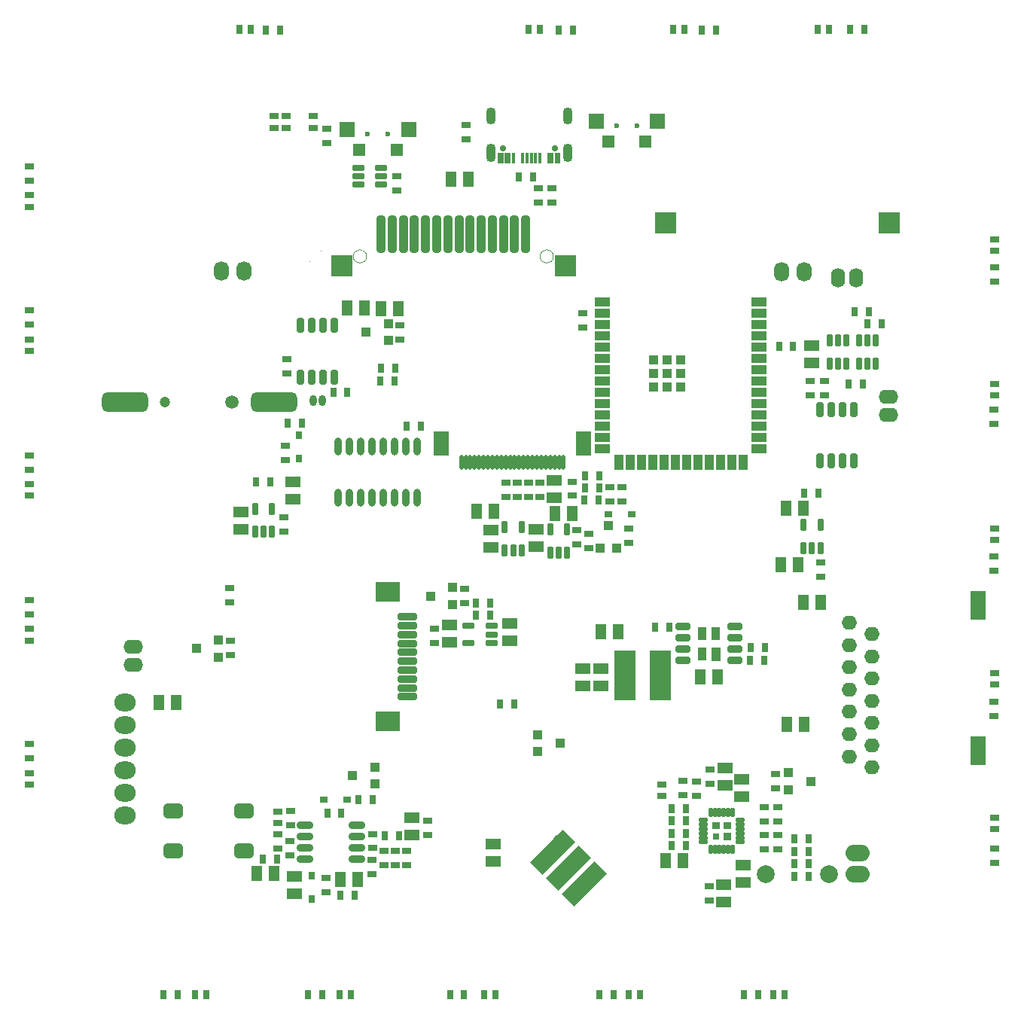
<source format=gts>
G04*
G04 #@! TF.GenerationSoftware,Altium Limited,Altium Designer,24.5.2 (23)*
G04*
G04 Layer_Color=8388736*
%FSLAX44Y44*%
%MOMM*%
G71*
G04*
G04 #@! TF.SameCoordinates,EBE0DA84-5026-4A79-9117-03B61D32DCC8*
G04*
G04*
G04 #@! TF.FilePolarity,Negative*
G04*
G01*
G75*
%ADD31R,1.0000X1.0000*%
%ADD33R,1.0000X1.5000*%
%ADD35R,0.8000X0.8000*%
%ADD63C,0.7000*%
%ADD65C,0.6000*%
%ADD70C,1.2000*%
%ADD71C,1.5000*%
%ADD83C,0.0127*%
%ADD84C,0.0064*%
%ADD85R,0.4000X1.2500*%
%ADD86R,2.4032X2.4032*%
G04:AMPARAMS|DCode=87|XSize=4.2mm|YSize=1mm|CornerRadius=0.3mm|HoleSize=0mm|Usage=FLASHONLY|Rotation=90.000|XOffset=0mm|YOffset=0mm|HoleType=Round|Shape=RoundedRectangle|*
%AMROUNDEDRECTD87*
21,1,4.2000,0.4000,0,0,90.0*
21,1,3.6000,1.0000,0,0,90.0*
1,1,0.6000,0.2000,1.8000*
1,1,0.6000,0.2000,-1.8000*
1,1,0.6000,-0.2000,-1.8000*
1,1,0.6000,-0.2000,1.8000*
%
%ADD87ROUNDEDRECTD87*%
%ADD88R,1.1032X0.8032*%
%ADD89R,1.4031X1.4031*%
%ADD90R,1.7032X1.7032*%
%ADD91R,0.8032X1.1032*%
G04:AMPARAMS|DCode=92|XSize=1.4032mm|YSize=0.6532mm|CornerRadius=0.2141mm|HoleSize=0mm|Usage=FLASHONLY|Rotation=0.000|XOffset=0mm|YOffset=0mm|HoleType=Round|Shape=RoundedRectangle|*
%AMROUNDEDRECTD92*
21,1,1.4032,0.2250,0,0,0.0*
21,1,0.9750,0.6532,0,0,0.0*
1,1,0.4282,0.4875,-0.1125*
1,1,0.4282,-0.4875,-0.1125*
1,1,0.4282,-0.4875,0.1125*
1,1,0.4282,0.4875,0.1125*
%
%ADD92ROUNDEDRECTD92*%
%ADD93R,1.0032X0.8032*%
%ADD94R,1.2032X1.6532*%
%ADD95R,1.8032X3.2032*%
%ADD96R,0.8032X1.0032*%
%ADD97R,1.7032X1.1032*%
%ADD98R,1.1032X1.7032*%
%ADD99O,2.7032X1.9032*%
G04:AMPARAMS|DCode=100|XSize=1.7032mm|YSize=0.8032mm|CornerRadius=0.2516mm|HoleSize=0mm|Usage=FLASHONLY|Rotation=180.000|XOffset=0mm|YOffset=0mm|HoleType=Round|Shape=RoundedRectangle|*
%AMROUNDEDRECTD100*
21,1,1.7032,0.3000,0,0,180.0*
21,1,1.2000,0.8032,0,0,180.0*
1,1,0.5032,-0.6000,0.1500*
1,1,0.5032,0.6000,0.1500*
1,1,0.5032,0.6000,-0.1500*
1,1,0.5032,-0.6000,-0.1500*
%
%ADD100ROUNDEDRECTD100*%
G04:AMPARAMS|DCode=101|XSize=0.45mm|YSize=1.1mm|CornerRadius=0.1625mm|HoleSize=0mm|Usage=FLASHONLY|Rotation=180.000|XOffset=0mm|YOffset=0mm|HoleType=Round|Shape=RoundedRectangle|*
%AMROUNDEDRECTD101*
21,1,0.4500,0.7750,0,0,180.0*
21,1,0.1250,1.1000,0,0,180.0*
1,1,0.3250,-0.0625,0.3875*
1,1,0.3250,0.0625,0.3875*
1,1,0.3250,0.0625,-0.3875*
1,1,0.3250,-0.0625,-0.3875*
%
%ADD101ROUNDEDRECTD101*%
G04:AMPARAMS|DCode=102|XSize=0.45mm|YSize=1.1mm|CornerRadius=0.1625mm|HoleSize=0mm|Usage=FLASHONLY|Rotation=90.000|XOffset=0mm|YOffset=0mm|HoleType=Round|Shape=RoundedRectangle|*
%AMROUNDEDRECTD102*
21,1,0.4500,0.7750,0,0,90.0*
21,1,0.1250,1.1000,0,0,90.0*
1,1,0.3250,0.3875,0.0625*
1,1,0.3250,0.3875,-0.0625*
1,1,0.3250,-0.3875,-0.0625*
1,1,0.3250,-0.3875,0.0625*
%
%ADD102ROUNDEDRECTD102*%
%ADD103R,1.1032X1.0032*%
%ADD104R,1.6532X1.2032*%
G04:AMPARAMS|DCode=105|XSize=1.7032mm|YSize=2.2032mm|CornerRadius=0.4766mm|HoleSize=0mm|Usage=FLASHONLY|Rotation=90.000|XOffset=0mm|YOffset=0mm|HoleType=Round|Shape=RoundedRectangle|*
%AMROUNDEDRECTD105*
21,1,1.7032,1.2500,0,0,90.0*
21,1,0.7500,2.2032,0,0,90.0*
1,1,0.9532,0.6250,0.3750*
1,1,0.9532,0.6250,-0.3750*
1,1,0.9532,-0.6250,-0.3750*
1,1,0.9532,-0.6250,0.3750*
%
%ADD105ROUNDEDRECTD105*%
G04:AMPARAMS|DCode=106|XSize=5.2032mm|YSize=2.0032mm|CornerRadius=0mm|HoleSize=0mm|Usage=FLASHONLY|Rotation=225.000|XOffset=0mm|YOffset=0mm|HoleType=Round|Shape=Rectangle|*
%AMROTATEDRECTD106*
4,1,4,1.1314,2.5479,2.5479,1.1314,-1.1314,-2.5479,-2.5479,-1.1314,1.1314,2.5479,0.0*
%
%ADD106ROTATEDRECTD106*%

%ADD107R,1.7032X2.7532*%
G04:AMPARAMS|DCode=108|XSize=1.7032mm|YSize=0.5032mm|CornerRadius=0.1766mm|HoleSize=0mm|Usage=FLASHONLY|Rotation=270.000|XOffset=0mm|YOffset=0mm|HoleType=Round|Shape=RoundedRectangle|*
%AMROUNDEDRECTD108*
21,1,1.7032,0.1500,0,0,270.0*
21,1,1.3500,0.5032,0,0,270.0*
1,1,0.3532,-0.0750,-0.6750*
1,1,0.3532,-0.0750,0.6750*
1,1,0.3532,0.0750,0.6750*
1,1,0.3532,0.0750,-0.6750*
%
%ADD108ROUNDEDRECTD108*%
%ADD109R,1.0032X1.1032*%
%ADD110R,0.9032X0.7032*%
G04:AMPARAMS|DCode=111|XSize=1.4032mm|YSize=0.6532mm|CornerRadius=0.2141mm|HoleSize=0mm|Usage=FLASHONLY|Rotation=90.000|XOffset=0mm|YOffset=0mm|HoleType=Round|Shape=RoundedRectangle|*
%AMROUNDEDRECTD111*
21,1,1.4032,0.2250,0,0,90.0*
21,1,0.9750,0.6532,0,0,90.0*
1,1,0.4282,0.1125,0.4875*
1,1,0.4282,0.1125,-0.4875*
1,1,0.4282,-0.1125,-0.4875*
1,1,0.4282,-0.1125,0.4875*
%
%ADD111ROUNDEDRECTD111*%
%ADD112R,2.7032X2.2032*%
G04:AMPARAMS|DCode=113|XSize=2.2032mm|YSize=0.8032mm|CornerRadius=0.2516mm|HoleSize=0mm|Usage=FLASHONLY|Rotation=0.000|XOffset=0mm|YOffset=0mm|HoleType=Round|Shape=RoundedRectangle|*
%AMROUNDEDRECTD113*
21,1,2.2032,0.3000,0,0,0.0*
21,1,1.7000,0.8032,0,0,0.0*
1,1,0.5032,0.8500,-0.1500*
1,1,0.5032,-0.8500,-0.1500*
1,1,0.5032,-0.8500,0.1500*
1,1,0.5032,0.8500,0.1500*
%
%ADD113ROUNDEDRECTD113*%
G04:AMPARAMS|DCode=114|XSize=5.2032mm|YSize=2.2032mm|CornerRadius=0.6016mm|HoleSize=0mm|Usage=FLASHONLY|Rotation=0.000|XOffset=0mm|YOffset=0mm|HoleType=Round|Shape=RoundedRectangle|*
%AMROUNDEDRECTD114*
21,1,5.2032,1.0000,0,0,0.0*
21,1,4.0000,2.2032,0,0,0.0*
1,1,1.2032,2.0000,-0.5000*
1,1,1.2032,-2.0000,-0.5000*
1,1,1.2032,-2.0000,0.5000*
1,1,1.2032,2.0000,0.5000*
%
%ADD114ROUNDEDRECTD114*%
%ADD115O,0.9032X1.9832*%
%ADD116R,2.3532X5.6032*%
G04:AMPARAMS|DCode=117|XSize=1.7032mm|YSize=0.8032mm|CornerRadius=0.2516mm|HoleSize=0mm|Usage=FLASHONLY|Rotation=90.000|XOffset=0mm|YOffset=0mm|HoleType=Round|Shape=RoundedRectangle|*
%AMROUNDEDRECTD117*
21,1,1.7032,0.3000,0,0,90.0*
21,1,1.2000,0.8032,0,0,90.0*
1,1,0.5032,0.1500,0.6000*
1,1,0.5032,0.1500,-0.6000*
1,1,0.5032,-0.1500,-0.6000*
1,1,0.5032,-0.1500,0.6000*
%
%ADD117ROUNDEDRECTD117*%
%ADD118O,1.9032X0.9032*%
%ADD119R,0.7032X0.9032*%
%ADD120O,1.1000X2.1000*%
%ADD121O,1.1000X1.9000*%
%ADD122O,1.7032X2.2032*%
%ADD123C,1.8032*%
%ADD124O,1.7032X1.6032*%
%ADD125C,2.0032*%
%ADD126O,1.6032X2.2032*%
%ADD127O,2.4032X2.0032*%
%ADD128O,2.2032X1.6032*%
%ADD129O,0.8532X1.2032*%
G36*
X762205Y733987D02*
X752205D01*
Y743987D01*
X762205D01*
Y733987D01*
D02*
G37*
G36*
X746965D02*
X736965D01*
Y743987D01*
X746965D01*
Y733987D01*
D02*
G37*
G36*
X731725D02*
X721725D01*
Y743987D01*
X731725D01*
Y733987D01*
D02*
G37*
G36*
X762205Y718747D02*
X752205D01*
Y728747D01*
X762205D01*
Y718747D01*
D02*
G37*
G36*
X731725D02*
X721725D01*
Y728747D01*
X731725D01*
Y718747D01*
D02*
G37*
G36*
X762205Y703507D02*
X752205D01*
Y713507D01*
X762205D01*
Y703507D01*
D02*
G37*
G36*
X746965D02*
X736965D01*
Y713507D01*
X746965D01*
Y703507D01*
D02*
G37*
G36*
X731725D02*
X721725D01*
Y713507D01*
X731725D01*
Y703507D01*
D02*
G37*
G36*
X801585Y423377D02*
X791585D01*
Y438377D01*
X801585D01*
Y423377D01*
D02*
G37*
G36*
X786345D02*
X776345D01*
Y438377D01*
X786345D01*
Y423377D01*
D02*
G37*
G36*
Y400517D02*
X776345D01*
Y415517D01*
X786345D01*
Y400517D01*
D02*
G37*
G36*
X813565Y211097D02*
X805565D01*
Y219097D01*
X813565D01*
Y211097D01*
D02*
G37*
G36*
X800865D02*
X792865D01*
Y219097D01*
X800865D01*
Y211097D01*
D02*
G37*
G36*
X813565Y198587D02*
X805565D01*
Y206587D01*
X813565D01*
Y198587D01*
D02*
G37*
D31*
X741965Y723747D02*
D03*
D33*
X796585Y408017D02*
D03*
D35*
X796865Y202587D02*
D03*
D63*
X557730Y976659D02*
D03*
X615530D02*
D03*
D65*
X405176Y992709D02*
D03*
X428188D02*
D03*
X685063Y1001973D02*
D03*
X708075D02*
D03*
D70*
X177093Y690906D02*
D03*
D71*
X252593D02*
D03*
D83*
X404068Y855014D02*
G03*
X404068Y855014I-7500J0D01*
G01*
X614103D02*
G03*
X614103Y855014I-7500J0D01*
G01*
D84*
X398825Y847851D02*
G03*
X398825Y847851I-32J0D01*
G01*
X394375Y862176D02*
G03*
X394375Y862176I-32J0D01*
G01*
X352923Y860694D02*
G03*
X352923Y860694I-32J0D01*
G01*
X340277Y849333D02*
G03*
X340277Y849333I-32J0D01*
G01*
D85*
X620130Y966009D02*
D03*
X617130D02*
D03*
X612130D02*
D03*
X609130D02*
D03*
X584130D02*
D03*
X594130D02*
D03*
X599130D02*
D03*
X569130D02*
D03*
X589130D02*
D03*
X579130D02*
D03*
X564130D02*
D03*
X561130D02*
D03*
X556130D02*
D03*
X553130D02*
D03*
D86*
X627428Y844854D02*
D03*
X375810D02*
D03*
X739944Y892500D02*
D03*
X991564D02*
D03*
D87*
X420368Y880414D02*
D03*
X432868D02*
D03*
X445368D02*
D03*
X457868D02*
D03*
X470368D02*
D03*
X482868D02*
D03*
X495368D02*
D03*
X507868D02*
D03*
X520368D02*
D03*
X532868D02*
D03*
X545368D02*
D03*
X557868D02*
D03*
X570368D02*
D03*
X582868D02*
D03*
D88*
X437984Y929208D02*
D03*
Y945208D02*
D03*
X516008Y986854D02*
D03*
Y1002854D02*
D03*
X612528Y915734D02*
D03*
Y931734D02*
D03*
X359300Y998904D02*
D03*
Y982904D02*
D03*
X597288Y915734D02*
D03*
Y931734D02*
D03*
X24740Y794870D02*
D03*
Y778870D02*
D03*
Y631040D02*
D03*
Y615040D02*
D03*
Y468480D02*
D03*
Y452480D02*
D03*
Y307190D02*
D03*
Y291190D02*
D03*
X1110590Y173080D02*
D03*
Y189080D02*
D03*
X1109320Y338180D02*
D03*
Y354180D02*
D03*
Y502010D02*
D03*
Y518010D02*
D03*
X24740Y956160D02*
D03*
Y940160D02*
D03*
X1109320Y667110D02*
D03*
Y683110D02*
D03*
X1110590Y827130D02*
D03*
Y843130D02*
D03*
X918785Y714777D02*
D03*
Y698777D02*
D03*
X691465Y595417D02*
D03*
Y579417D02*
D03*
X654215Y526917D02*
D03*
Y542917D02*
D03*
X647465Y791167D02*
D03*
Y775167D02*
D03*
X775275Y248307D02*
D03*
Y264307D02*
D03*
X760035Y249197D02*
D03*
Y265197D02*
D03*
X789965Y262167D02*
D03*
Y278167D02*
D03*
X864175Y272817D02*
D03*
Y256817D02*
D03*
X851475Y219987D02*
D03*
Y235987D02*
D03*
X866715Y204237D02*
D03*
Y188237D02*
D03*
X789245Y147087D02*
D03*
Y131087D02*
D03*
X449385Y186477D02*
D03*
Y170477D02*
D03*
X902965Y698777D02*
D03*
Y714777D02*
D03*
X441715Y777667D02*
D03*
Y761667D02*
D03*
X314465Y723667D02*
D03*
Y739667D02*
D03*
X851475Y188237D02*
D03*
Y204237D02*
D03*
X866715Y235987D02*
D03*
Y219987D02*
D03*
X251215Y406917D02*
D03*
Y422917D02*
D03*
X249715Y466417D02*
D03*
Y482417D02*
D03*
X640715Y531167D02*
D03*
Y547167D02*
D03*
X560765Y584507D02*
D03*
Y600507D02*
D03*
X573465D02*
D03*
Y584507D02*
D03*
X598865Y600507D02*
D03*
Y584507D02*
D03*
X358715Y139977D02*
D03*
Y155977D02*
D03*
X312995Y642387D02*
D03*
Y626387D02*
D03*
X635105Y585907D02*
D03*
Y601907D02*
D03*
X480635Y436647D02*
D03*
Y420647D02*
D03*
X423985Y170477D02*
D03*
Y186477D02*
D03*
X410715Y189667D02*
D03*
Y205667D02*
D03*
X914465Y494667D02*
D03*
Y510667D02*
D03*
X310715Y561667D02*
D03*
Y545667D02*
D03*
X586165Y584507D02*
D03*
Y600507D02*
D03*
X318075Y181887D02*
D03*
Y197887D02*
D03*
X677215Y595417D02*
D03*
Y579417D02*
D03*
X410465Y160167D02*
D03*
Y176167D02*
D03*
X436685Y170477D02*
D03*
Y186477D02*
D03*
X698965Y549167D02*
D03*
Y533167D02*
D03*
X318215Y215667D02*
D03*
Y231667D02*
D03*
X472715Y204417D02*
D03*
Y220417D02*
D03*
X514489Y465280D02*
D03*
Y481280D02*
D03*
X304105Y189507D02*
D03*
Y205507D02*
D03*
D89*
X395685Y975209D02*
D03*
X437684D02*
D03*
X675572Y984472D02*
D03*
X717571D02*
D03*
D90*
X451184Y998069D02*
D03*
X382185D02*
D03*
X731071Y1007332D02*
D03*
X662072D02*
D03*
D91*
X591318Y944054D02*
D03*
X575318D02*
D03*
X175490Y24870D02*
D03*
X191490D02*
D03*
X338050D02*
D03*
X354050D02*
D03*
X497690D02*
D03*
X513690D02*
D03*
X665710D02*
D03*
X681710D02*
D03*
X844270D02*
D03*
X828270D02*
D03*
X947650Y1110720D02*
D03*
X963650D02*
D03*
X781280Y1109450D02*
D03*
X797280D02*
D03*
X619990D02*
D03*
X635990D02*
D03*
X291060D02*
D03*
X307060D02*
D03*
X435715Y715167D02*
D03*
X419715D02*
D03*
X435965Y729667D02*
D03*
X419965D02*
D03*
X553715Y351417D02*
D03*
X569715D02*
D03*
X968465Y793167D02*
D03*
X952465D02*
D03*
X967465Y779167D02*
D03*
X983465D02*
D03*
X648965Y581417D02*
D03*
X664965D02*
D03*
X901385Y200047D02*
D03*
X885385D02*
D03*
X901385Y158137D02*
D03*
X885385D02*
D03*
X746955Y234337D02*
D03*
X762955D02*
D03*
X762955Y220367D02*
D03*
X746955D02*
D03*
X762955Y206397D02*
D03*
X746955D02*
D03*
X762955Y192427D02*
D03*
X746955D02*
D03*
X744715Y438167D02*
D03*
X728715D02*
D03*
X885385Y186077D02*
D03*
X901385D02*
D03*
X885385Y172107D02*
D03*
X901385D02*
D03*
X962345Y711857D02*
D03*
X946345D02*
D03*
X279465Y601917D02*
D03*
X295465D02*
D03*
X867715Y753667D02*
D03*
X883715D02*
D03*
X287215Y177187D02*
D03*
X303215D02*
D03*
X315155Y667407D02*
D03*
X331155D02*
D03*
X366465Y702167D02*
D03*
X382465D02*
D03*
X911965Y588667D02*
D03*
X895965D02*
D03*
X649715Y608167D02*
D03*
X665715D02*
D03*
X851965Y414917D02*
D03*
X835965D02*
D03*
X835215Y400917D02*
D03*
X851215D02*
D03*
X649965Y594917D02*
D03*
X665965D02*
D03*
X448715Y663917D02*
D03*
X464715D02*
D03*
X527245Y465477D02*
D03*
X543245D02*
D03*
X411165Y244497D02*
D03*
X395165D02*
D03*
X424375Y203857D02*
D03*
X440375D02*
D03*
X375715Y229167D02*
D03*
X359715D02*
D03*
X390845Y136547D02*
D03*
X374845D02*
D03*
X527245Y451507D02*
D03*
X543245D02*
D03*
D92*
X420560Y935684D02*
D03*
Y945184D02*
D03*
Y954684D02*
D03*
X394560Y935684D02*
D03*
Y945184D02*
D03*
Y954684D02*
D03*
X518435Y439417D02*
D03*
Y420417D02*
D03*
X544435Y439417D02*
D03*
Y429917D02*
D03*
Y420417D02*
D03*
D93*
X299578Y1012644D02*
D03*
Y999644D02*
D03*
X313578D02*
D03*
Y1012644D02*
D03*
X344060D02*
D03*
Y999644D02*
D03*
X1109997Y386530D02*
D03*
Y373530D02*
D03*
X25003Y761470D02*
D03*
Y748470D02*
D03*
X1109997Y224030D02*
D03*
Y211030D02*
D03*
Y549030D02*
D03*
Y536030D02*
D03*
Y711530D02*
D03*
Y698530D02*
D03*
X1109997Y874029D02*
D03*
Y861029D02*
D03*
X25003Y910970D02*
D03*
Y923970D02*
D03*
Y585970D02*
D03*
Y598970D02*
D03*
X25000Y423160D02*
D03*
Y436160D02*
D03*
X24997Y260965D02*
D03*
Y273965D02*
D03*
X735905Y261157D02*
D03*
Y248157D02*
D03*
X304105Y217677D02*
D03*
Y230677D02*
D03*
D94*
X518138Y941514D02*
D03*
X498638D02*
D03*
X876215Y328667D02*
D03*
X895715D02*
D03*
X170465Y353417D02*
D03*
X189965D02*
D03*
X914715Y466417D02*
D03*
X895215D02*
D03*
X667215Y433417D02*
D03*
X686715D02*
D03*
X779215Y381917D02*
D03*
X798715D02*
D03*
X759625Y175917D02*
D03*
X740125D02*
D03*
X546965Y568417D02*
D03*
X527465D02*
D03*
X615715Y566167D02*
D03*
X635215D02*
D03*
X374365Y154327D02*
D03*
X393865D02*
D03*
X889165Y508657D02*
D03*
X869665D02*
D03*
X895465Y572167D02*
D03*
X875965D02*
D03*
X280465Y160917D02*
D03*
X299965D02*
D03*
X401965Y797167D02*
D03*
X382465D02*
D03*
X439465Y796667D02*
D03*
X419965D02*
D03*
D95*
X1091540Y299510D02*
D03*
Y463020D02*
D03*
D96*
X224030Y25003D02*
D03*
X211030D02*
D03*
X386530D02*
D03*
X373530D02*
D03*
X549030D02*
D03*
X536030D02*
D03*
X711829Y25029D02*
D03*
X698829D02*
D03*
X748470Y1109997D02*
D03*
X761470D02*
D03*
X874029Y24997D02*
D03*
X861029D02*
D03*
X923970Y1109997D02*
D03*
X910970D02*
D03*
X598970D02*
D03*
X585970D02*
D03*
X273965D02*
D03*
X260965D02*
D03*
D97*
X845205Y638567D02*
D03*
Y651267D02*
D03*
Y663967D02*
D03*
Y676667D02*
D03*
Y689367D02*
D03*
Y702067D02*
D03*
Y714767D02*
D03*
Y727467D02*
D03*
Y740167D02*
D03*
Y752867D02*
D03*
Y765567D02*
D03*
Y778267D02*
D03*
Y790967D02*
D03*
Y803667D02*
D03*
X669205Y638567D02*
D03*
Y651267D02*
D03*
Y663967D02*
D03*
Y676667D02*
D03*
Y689367D02*
D03*
Y702067D02*
D03*
Y714767D02*
D03*
Y727467D02*
D03*
Y740167D02*
D03*
Y752867D02*
D03*
Y765567D02*
D03*
Y778267D02*
D03*
Y790967D02*
D03*
Y803667D02*
D03*
D98*
X687355Y623667D02*
D03*
X700055D02*
D03*
X712755D02*
D03*
X725455D02*
D03*
X738155D02*
D03*
X750855D02*
D03*
X763555D02*
D03*
X776255D02*
D03*
X788955D02*
D03*
X801655D02*
D03*
X814355D02*
D03*
X827055D02*
D03*
D99*
X955965Y184107D02*
D03*
Y160107D02*
D03*
D100*
X759965Y400517D02*
D03*
Y438617D02*
D03*
Y425917D02*
D03*
X817965Y438617D02*
D03*
Y425917D02*
D03*
Y413217D02*
D03*
Y400517D02*
D03*
X759965Y413217D02*
D03*
D101*
X790715Y188437D02*
D03*
X795715D02*
D03*
X800715D02*
D03*
X805715D02*
D03*
X810715D02*
D03*
X815715D02*
D03*
Y229437D02*
D03*
X810715D02*
D03*
X805715D02*
D03*
X800715D02*
D03*
X795715D02*
D03*
X790715D02*
D03*
D102*
X823715Y196437D02*
D03*
Y201437D02*
D03*
Y206437D02*
D03*
Y211437D02*
D03*
Y216437D02*
D03*
Y221437D02*
D03*
X782715D02*
D03*
Y216437D02*
D03*
Y211437D02*
D03*
Y206437D02*
D03*
Y201437D02*
D03*
Y196437D02*
D03*
D103*
X596465Y298417D02*
D03*
X621465Y307917D02*
D03*
X596465Y317417D02*
D03*
X413125Y261667D02*
D03*
X388125Y271167D02*
D03*
X413125Y280667D02*
D03*
X500755Y482597D02*
D03*
X475755Y473097D02*
D03*
X500755Y463597D02*
D03*
X878465Y255417D02*
D03*
X903465Y264917D02*
D03*
X878465Y274417D02*
D03*
X428465Y779417D02*
D03*
X403465Y769917D02*
D03*
X428465Y760417D02*
D03*
X237465Y423667D02*
D03*
X212465Y414167D02*
D03*
X237465Y404667D02*
D03*
D104*
X321215Y601667D02*
D03*
Y582167D02*
D03*
X646715Y391167D02*
D03*
Y371667D02*
D03*
X667465D02*
D03*
Y391167D02*
D03*
X904215Y754667D02*
D03*
Y735167D02*
D03*
X806715Y260667D02*
D03*
Y280167D02*
D03*
X826075Y247447D02*
D03*
Y266947D02*
D03*
X827345Y170427D02*
D03*
Y150927D02*
D03*
X805755Y148837D02*
D03*
Y129337D02*
D03*
X546675Y175057D02*
D03*
Y194557D02*
D03*
X614855Y603157D02*
D03*
Y583657D02*
D03*
X594305Y548457D02*
D03*
Y528957D02*
D03*
X543965Y547417D02*
D03*
Y527917D02*
D03*
X262715Y548417D02*
D03*
Y567917D02*
D03*
X565215Y422917D02*
D03*
Y442417D02*
D03*
X497145Y440937D02*
D03*
Y421437D02*
D03*
X323155Y138227D02*
D03*
Y157727D02*
D03*
X454715Y223917D02*
D03*
Y204417D02*
D03*
D105*
X186515Y186917D02*
D03*
X265915D02*
D03*
X186515Y231917D02*
D03*
X265915D02*
D03*
D106*
X649065Y149206D02*
D03*
X631105Y167167D02*
D03*
X613144Y185127D02*
D03*
D107*
X487965Y644547D02*
D03*
X647965D02*
D03*
D108*
X625465Y623547D02*
D03*
X620465D02*
D03*
X615465D02*
D03*
X610465D02*
D03*
X605465D02*
D03*
X600465D02*
D03*
X595465D02*
D03*
X590465D02*
D03*
X585465D02*
D03*
X580465D02*
D03*
X575465D02*
D03*
X570465D02*
D03*
X565465D02*
D03*
X560465D02*
D03*
X555465D02*
D03*
X550465D02*
D03*
X545465D02*
D03*
X540465D02*
D03*
X535465D02*
D03*
X530465D02*
D03*
X525465D02*
D03*
X520465D02*
D03*
X515465D02*
D03*
X510465D02*
D03*
D109*
X685465Y527417D02*
D03*
X675965Y552417D02*
D03*
X666465Y527417D02*
D03*
D110*
X702365Y564917D02*
D03*
X676065D02*
D03*
X355725Y244497D02*
D03*
X382025D02*
D03*
D111*
X297465Y571417D02*
D03*
X278465D02*
D03*
X297465Y545417D02*
D03*
X287965D02*
D03*
X278465D02*
D03*
X629465Y548167D02*
D03*
X610465D02*
D03*
X629465Y522167D02*
D03*
X619965D02*
D03*
X610465D02*
D03*
X578405Y550727D02*
D03*
X559405D02*
D03*
X578405Y524727D02*
D03*
X568905D02*
D03*
X559405D02*
D03*
X914315Y553407D02*
D03*
X895315D02*
D03*
X914315Y527407D02*
D03*
X904815D02*
D03*
X895315D02*
D03*
X943525Y760417D02*
D03*
X976545D02*
D03*
X967045D02*
D03*
X957545D02*
D03*
X976545Y734417D02*
D03*
X967045D02*
D03*
X957545D02*
D03*
X934025Y760417D02*
D03*
X924525D02*
D03*
X943525Y734417D02*
D03*
X934025D02*
D03*
X924525D02*
D03*
D112*
X427465Y331908D02*
D03*
Y477908D02*
D03*
D113*
X449965Y449908D02*
D03*
Y439908D02*
D03*
Y429908D02*
D03*
Y419908D02*
D03*
Y409908D02*
D03*
Y399908D02*
D03*
Y389908D02*
D03*
Y379908D02*
D03*
Y369908D02*
D03*
Y359908D02*
D03*
D114*
X299593Y690906D02*
D03*
X132593D02*
D03*
D115*
X372365Y583667D02*
D03*
X385065D02*
D03*
X397765D02*
D03*
X410465D02*
D03*
X423165D02*
D03*
X435865D02*
D03*
X448565D02*
D03*
X461265D02*
D03*
X372365Y641667D02*
D03*
X385065D02*
D03*
X397765D02*
D03*
X410465D02*
D03*
X423165D02*
D03*
X435865D02*
D03*
X448565D02*
D03*
X461265D02*
D03*
D116*
X694465Y384167D02*
D03*
X734465D02*
D03*
D117*
X926189Y682979D02*
D03*
X913489Y624978D02*
D03*
X926189D02*
D03*
X938889D02*
D03*
X951589D02*
D03*
X938889Y682979D02*
D03*
X951589D02*
D03*
X913489D02*
D03*
X342629Y777243D02*
D03*
X329929Y719243D02*
D03*
X342629D02*
D03*
X355329D02*
D03*
X368029D02*
D03*
X355329Y777243D02*
D03*
X368029D02*
D03*
X329929D02*
D03*
D118*
X393005Y177187D02*
D03*
Y189887D02*
D03*
Y202587D02*
D03*
Y215287D02*
D03*
X335005Y177187D02*
D03*
Y189887D02*
D03*
Y202587D02*
D03*
Y215287D02*
D03*
D119*
X342205Y158587D02*
D03*
Y132287D02*
D03*
X328235Y653887D02*
D03*
Y627587D02*
D03*
D120*
X543430Y971759D02*
D03*
X629830D02*
D03*
D121*
Y1013259D02*
D03*
X543430D02*
D03*
D122*
X870345Y837933D02*
D03*
X895745D02*
D03*
X265953Y838357D02*
D03*
X240553D02*
D03*
D123*
X658965Y159417D02*
D03*
X639965Y176917D02*
D03*
X622215Y196667D02*
D03*
D124*
X947125Y317887D02*
D03*
X972125Y405387D02*
D03*
Y330387D02*
D03*
Y380387D02*
D03*
Y305387D02*
D03*
X947125Y392887D02*
D03*
X972041Y280241D02*
D03*
X947125Y417887D02*
D03*
X947125Y292887D02*
D03*
X947125Y367887D02*
D03*
X972125Y355387D02*
D03*
X947125Y342887D02*
D03*
Y442887D02*
D03*
X972125Y430387D02*
D03*
D125*
X852805Y160677D02*
D03*
X923805D02*
D03*
D126*
X954185Y831237D02*
D03*
X934185D02*
D03*
D127*
X132655Y353717D02*
D03*
Y328317D02*
D03*
Y302917D02*
D03*
Y277517D02*
D03*
Y252117D02*
D03*
Y226717D02*
D03*
D128*
X990959Y696999D02*
D03*
Y676999D02*
D03*
X141545Y415947D02*
D03*
Y395947D02*
D03*
D129*
X343965Y692667D02*
D03*
X353965D02*
D03*
M02*

</source>
